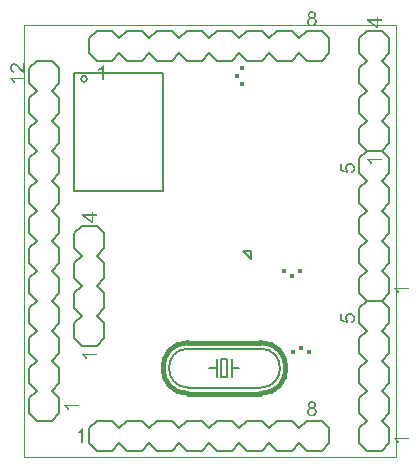
<source format=gto>
%FSLAX44Y44*%
%MOMM*%
G71*
G01*
G75*
%ADD10C,0.2540*%
G04:AMPARAMS|DCode=11|XSize=1.27mm|YSize=0.3556mm|CornerRadius=0.0356mm|HoleSize=0mm|Usage=FLASHONLY|Rotation=270.000|XOffset=0mm|YOffset=0mm|HoleType=Round|Shape=RoundedRectangle|*
%AMROUNDEDRECTD11*
21,1,1.2700,0.2845,0,0,270.0*
21,1,1.1989,0.3556,0,0,270.0*
1,1,0.0711,-0.1422,-0.5994*
1,1,0.0711,-0.1422,0.5994*
1,1,0.0711,0.1422,0.5994*
1,1,0.0711,0.1422,-0.5994*
%
%ADD11ROUNDEDRECTD11*%
G04:AMPARAMS|DCode=12|XSize=0.3556mm|YSize=1.27mm|CornerRadius=0.0356mm|HoleSize=0mm|Usage=FLASHONLY|Rotation=270.000|XOffset=0mm|YOffset=0mm|HoleType=Round|Shape=RoundedRectangle|*
%AMROUNDEDRECTD12*
21,1,0.3556,1.1989,0,0,270.0*
21,1,0.2845,1.2700,0,0,270.0*
1,1,0.0711,-0.5994,-0.1422*
1,1,0.0711,-0.5994,0.1422*
1,1,0.0711,0.5994,0.1422*
1,1,0.0711,0.5994,-0.1422*
%
%ADD12ROUNDEDRECTD12*%
G04:AMPARAMS|DCode=13|XSize=3.302mm|YSize=3.302mm|CornerRadius=0.3302mm|HoleSize=0mm|Usage=FLASHONLY|Rotation=270.000|XOffset=0mm|YOffset=0mm|HoleType=Round|Shape=RoundedRectangle|*
%AMROUNDEDRECTD13*
21,1,3.3020,2.6416,0,0,270.0*
21,1,2.6416,3.3020,0,0,270.0*
1,1,0.6604,-1.3208,-1.3208*
1,1,0.6604,-1.3208,1.3208*
1,1,0.6604,1.3208,1.3208*
1,1,0.6604,1.3208,-1.3208*
%
%ADD13ROUNDEDRECTD13*%
%ADD14R,1.5240X1.3208*%
%ADD15R,2.4130X2.8194*%
%ADD16R,1.8034X1.6002*%
%ADD17R,1.5240X1.5240*%
%ADD18R,1.3208X1.5240*%
%ADD19R,1.5240X1.5240*%
%ADD20R,1.6002X1.8034*%
%ADD21C,0.6096*%
%ADD22C,0.4064*%
%ADD23C,0.3048*%
%ADD24C,0.0864*%
%ADD25C,0.0500*%
%ADD26C,1.2192*%
%ADD27O,3.0480X1.5240*%
%ADD28O,1.5240X3.0480*%
%ADD29C,0.7580*%
%ADD30C,0.8596*%
%ADD31R,0.5080X1.5240*%
%ADD32R,1.5240X0.5080*%
%ADD33C,0.1524*%
%ADD34C,0.1270*%
%ADD35C,0.2032*%
%ADD36R,0.3250X0.4318*%
%ADD37R,0.3302X0.4318*%
%ADD38R,0.3528X0.3556*%
%ADD39R,0.4318X0.3250*%
%ADD40R,0.4318X0.3302*%
%ADD41R,0.3556X0.3528*%
G36*
X1016Y319326D02*
X-8837D01*
X-8818Y319308D01*
X-8745Y319217D01*
X-8636Y319107D01*
X-8509Y318925D01*
X-8345Y318725D01*
X-8163Y318470D01*
X-7962Y318179D01*
X-7762Y317851D01*
Y317833D01*
X-7744Y317814D01*
X-7671Y317705D01*
X-7580Y317523D01*
X-7471Y317304D01*
X-7343Y317050D01*
X-7216Y316776D01*
X-7088Y316503D01*
X-6979Y316230D01*
X-8472D01*
Y316248D01*
X-8509Y316285D01*
X-8527Y316357D01*
X-8582Y316448D01*
X-8636Y316558D01*
X-8709Y316685D01*
X-8891Y316995D01*
X-9092Y317359D01*
X-9347Y317723D01*
X-9638Y318106D01*
X-9948Y318488D01*
X-9966Y318507D01*
X-9984Y318525D01*
X-10039Y318579D01*
X-10093Y318652D01*
X-10275Y318816D01*
X-10494Y319035D01*
X-10749Y319253D01*
X-11040Y319490D01*
X-11332Y319690D01*
X-11641Y319872D01*
Y320874D01*
X1016D01*
Y319326D01*
D02*
G37*
G36*
X326136Y14526D02*
X316283D01*
X316302Y14508D01*
X316374Y14417D01*
X316484Y14308D01*
X316611Y14125D01*
X316775Y13925D01*
X316957Y13670D01*
X317158Y13379D01*
X317358Y13051D01*
Y13033D01*
X317376Y13014D01*
X317449Y12905D01*
X317540Y12723D01*
X317649Y12505D01*
X317777Y12249D01*
X317904Y11976D01*
X318032Y11703D01*
X318141Y11430D01*
X316648D01*
Y11448D01*
X316611Y11485D01*
X316593Y11558D01*
X316538Y11648D01*
X316484Y11758D01*
X316411Y11885D01*
X316229Y12195D01*
X316028Y12559D01*
X315774Y12923D01*
X315482Y13306D01*
X315173Y13688D01*
X315154Y13707D01*
X315136Y13725D01*
X315081Y13779D01*
X315027Y13852D01*
X314845Y14016D01*
X314626Y14235D01*
X314371Y14453D01*
X314080Y14690D01*
X313788Y14890D01*
X313479Y15072D01*
Y16074D01*
X326136D01*
Y14526D01*
D02*
G37*
G36*
X1016Y324626D02*
X816D01*
X670Y324644D01*
X506Y324662D01*
X324Y324698D01*
X142Y324735D01*
X-58Y324808D01*
X-77D01*
X-95Y324826D01*
X-204Y324862D01*
X-368Y324935D01*
X-587Y325045D01*
X-842Y325190D01*
X-1133Y325372D01*
X-1424Y325573D01*
X-1734Y325828D01*
X-1752D01*
X-1770Y325864D01*
X-1880Y325955D01*
X-2044Y326119D01*
X-2280Y326356D01*
X-2553Y326629D01*
X-2881Y326975D01*
X-3246Y327394D01*
X-3628Y327849D01*
X-3646Y327867D01*
X-3701Y327940D01*
X-3792Y328050D01*
X-3901Y328177D01*
X-4047Y328341D01*
X-4211Y328541D01*
X-4393Y328741D01*
X-4593Y328978D01*
X-5030Y329434D01*
X-5467Y329889D01*
X-5686Y330107D01*
X-5904Y330308D01*
X-6105Y330490D01*
X-6305Y330635D01*
X-6323D01*
X-6342Y330672D01*
X-6396Y330708D01*
X-6469Y330745D01*
X-6669Y330872D01*
X-6906Y331018D01*
X-7197Y331146D01*
X-7507Y331273D01*
X-7853Y331346D01*
X-8181Y331382D01*
X-8217D01*
X-8327Y331364D01*
X-8509Y331346D01*
X-8709Y331291D01*
X-8964Y331218D01*
X-9219Y331091D01*
X-9474Y330927D01*
X-9729Y330708D01*
X-9765Y330672D01*
X-9838Y330581D01*
X-9929Y330453D01*
X-10057Y330253D01*
X-10166Y329998D01*
X-10275Y329707D01*
X-10348Y329361D01*
X-10366Y328978D01*
Y328960D01*
Y328924D01*
Y328869D01*
X-10348Y328796D01*
X-10330Y328578D01*
X-10275Y328323D01*
X-10202Y328050D01*
X-10075Y327740D01*
X-9911Y327449D01*
X-9693Y327175D01*
X-9656Y327139D01*
X-9565Y327066D01*
X-9419Y326957D01*
X-9201Y326847D01*
X-8946Y326720D01*
X-8618Y326611D01*
X-8254Y326538D01*
X-7835Y326502D01*
X-7999Y324917D01*
X-8017D01*
X-8072Y324935D01*
X-8163D01*
X-8290Y324953D01*
X-8436Y324990D01*
X-8600Y325026D01*
X-8800Y325081D01*
X-9000Y325136D01*
X-9438Y325281D01*
X-9875Y325500D01*
X-10093Y325627D01*
X-10312Y325791D01*
X-10512Y325955D01*
X-10694Y326137D01*
X-10712Y326155D01*
X-10731Y326192D01*
X-10785Y326246D01*
X-10840Y326338D01*
X-10913Y326447D01*
X-10986Y326574D01*
X-11077Y326720D01*
X-11168Y326902D01*
X-11259Y327102D01*
X-11350Y327321D01*
X-11423Y327558D01*
X-11495Y327813D01*
X-11550Y328086D01*
X-11605Y328377D01*
X-11623Y328687D01*
X-11641Y329015D01*
Y329033D01*
Y329087D01*
Y329197D01*
X-11623Y329324D01*
X-11605Y329470D01*
X-11587Y329652D01*
X-11550Y329852D01*
X-11514Y330053D01*
X-11386Y330526D01*
X-11204Y331000D01*
X-11095Y331236D01*
X-10967Y331473D01*
X-10804Y331692D01*
X-10621Y331892D01*
X-10603Y331910D01*
X-10585Y331947D01*
X-10512Y331983D01*
X-10439Y332056D01*
X-10348Y332147D01*
X-10221Y332238D01*
X-10093Y332329D01*
X-9929Y332439D01*
X-9583Y332621D01*
X-9146Y332803D01*
X-8928Y332876D01*
X-8673Y332912D01*
X-8418Y332948D01*
X-8145Y332967D01*
X-8017D01*
X-7871Y332948D01*
X-7671Y332930D01*
X-7452Y332894D01*
X-7197Y332821D01*
X-6924Y332748D01*
X-6651Y332639D01*
X-6615Y332621D01*
X-6524Y332584D01*
X-6378Y332511D01*
X-6178Y332402D01*
X-5959Y332256D01*
X-5686Y332074D01*
X-5413Y331856D01*
X-5103Y331601D01*
X-5067Y331564D01*
X-4958Y331473D01*
X-4866Y331382D01*
X-4775Y331291D01*
X-4666Y331182D01*
X-4520Y331036D01*
X-4375Y330891D01*
X-4211Y330708D01*
X-4029Y330526D01*
X-3828Y330308D01*
X-3628Y330071D01*
X-3391Y329816D01*
X-3155Y329525D01*
X-2900Y329233D01*
X-2881Y329215D01*
X-2845Y329179D01*
X-2790Y329106D01*
X-2717Y329015D01*
X-2608Y328905D01*
X-2499Y328778D01*
X-2262Y328487D01*
X-1989Y328177D01*
X-1716Y327886D01*
X-1479Y327631D01*
X-1388Y327521D01*
X-1297Y327430D01*
X-1279Y327412D01*
X-1224Y327357D01*
X-1151Y327285D01*
X-1042Y327193D01*
X-914Y327102D01*
X-787Y326993D01*
X-477Y326775D01*
Y332985D01*
X1016D01*
Y324626D01*
D02*
G37*
G36*
X244165Y377129D02*
X244311Y377111D01*
X244475Y377093D01*
X244657Y377074D01*
X244839Y377020D01*
X245276Y376910D01*
X245713Y376746D01*
X245932Y376637D01*
X246150Y376510D01*
X246350Y376346D01*
X246551Y376182D01*
X246569Y376164D01*
X246587Y376146D01*
X246642Y376091D01*
X246715Y376018D01*
X246787Y375909D01*
X246879Y375799D01*
X247061Y375526D01*
X247243Y375180D01*
X247407Y374780D01*
X247534Y374324D01*
X247552Y374088D01*
X247571Y373833D01*
Y373814D01*
Y373796D01*
Y373687D01*
X247552Y373523D01*
X247516Y373323D01*
X247461Y373068D01*
X247370Y372813D01*
X247261Y372558D01*
X247097Y372303D01*
X247079Y372266D01*
X247006Y372194D01*
X246897Y372084D01*
X246751Y371939D01*
X246551Y371775D01*
X246314Y371611D01*
X246041Y371447D01*
X245713Y371301D01*
X245731D01*
X245768Y371283D01*
X245822Y371265D01*
X245895Y371228D01*
X246114Y371137D01*
X246369Y371010D01*
X246642Y370828D01*
X246933Y370627D01*
X247206Y370372D01*
X247461Y370081D01*
Y370063D01*
X247480Y370045D01*
X247552Y369935D01*
X247662Y369753D01*
X247771Y369516D01*
X247880Y369225D01*
X247990Y368879D01*
X248062Y368497D01*
X248081Y368078D01*
Y368060D01*
Y368005D01*
Y367914D01*
X248062Y367804D01*
X248044Y367677D01*
X248026Y367513D01*
X247990Y367331D01*
X247935Y367131D01*
X247807Y366712D01*
X247716Y366475D01*
X247589Y366256D01*
X247461Y366020D01*
X247316Y365801D01*
X247134Y365583D01*
X246933Y365364D01*
X246915Y365346D01*
X246879Y365309D01*
X246824Y365255D01*
X246733Y365200D01*
X246605Y365109D01*
X246478Y365018D01*
X246314Y364927D01*
X246132Y364818D01*
X245932Y364709D01*
X245695Y364618D01*
X245440Y364526D01*
X245185Y364435D01*
X244893Y364381D01*
X244584Y364326D01*
X244274Y364290D01*
X243928Y364272D01*
X243746D01*
X243619Y364290D01*
X243455Y364308D01*
X243273Y364326D01*
X243072Y364362D01*
X242854Y364417D01*
X242362Y364545D01*
X242107Y364636D01*
X241870Y364727D01*
X241615Y364854D01*
X241360Y365000D01*
X241124Y365164D01*
X240905Y365364D01*
X240887Y365382D01*
X240851Y365419D01*
X240796Y365473D01*
X240723Y365564D01*
X240650Y365674D01*
X240541Y365801D01*
X240450Y365947D01*
X240341Y366129D01*
X240231Y366311D01*
X240140Y366530D01*
X239958Y366985D01*
X239885Y367258D01*
X239831Y367531D01*
X239794Y367823D01*
X239776Y368114D01*
Y368132D01*
Y368169D01*
Y368242D01*
X239794Y368315D01*
Y368424D01*
X239812Y368551D01*
X239849Y368843D01*
X239922Y369170D01*
X240031Y369498D01*
X240195Y369844D01*
X240395Y370172D01*
Y370190D01*
X240432Y370209D01*
X240504Y370300D01*
X240650Y370445D01*
X240851Y370627D01*
X241105Y370810D01*
X241415Y371010D01*
X241761Y371174D01*
X242180Y371301D01*
X242162D01*
X242143Y371319D01*
X242089Y371338D01*
X242016Y371374D01*
X241852Y371447D01*
X241634Y371556D01*
X241397Y371702D01*
X241160Y371884D01*
X240942Y372084D01*
X240741Y372303D01*
X240723Y372339D01*
X240668Y372412D01*
X240595Y372558D01*
X240523Y372740D01*
X240432Y372977D01*
X240359Y373250D01*
X240304Y373559D01*
X240286Y373887D01*
Y373905D01*
Y373942D01*
Y374015D01*
X240304Y374124D01*
X240322Y374233D01*
X240341Y374379D01*
X240413Y374689D01*
X240523Y375053D01*
X240705Y375435D01*
X240814Y375636D01*
X240942Y375836D01*
X241105Y376018D01*
X241269Y376200D01*
X241288Y376218D01*
X241324Y376237D01*
X241379Y376291D01*
X241451Y376346D01*
X241542Y376419D01*
X241670Y376492D01*
X241816Y376583D01*
X241961Y376674D01*
X242143Y376765D01*
X242344Y376856D01*
X242562Y376929D01*
X242799Y377001D01*
X243309Y377111D01*
X243601Y377129D01*
X243892Y377147D01*
X244056D01*
X244165Y377129D01*
D02*
G37*
G36*
X46736Y42466D02*
X36883D01*
X36902Y42448D01*
X36974Y42357D01*
X37084Y42248D01*
X37211Y42065D01*
X37375Y41865D01*
X37557Y41610D01*
X37758Y41319D01*
X37958Y40991D01*
Y40973D01*
X37976Y40954D01*
X38049Y40845D01*
X38140Y40663D01*
X38249Y40444D01*
X38377Y40189D01*
X38504Y39916D01*
X38632Y39643D01*
X38741Y39370D01*
X37248D01*
Y39388D01*
X37211Y39425D01*
X37193Y39497D01*
X37138Y39588D01*
X37084Y39698D01*
X37011Y39825D01*
X36829Y40135D01*
X36628Y40499D01*
X36374Y40863D01*
X36082Y41246D01*
X35773Y41628D01*
X35754Y41646D01*
X35736Y41665D01*
X35681Y41719D01*
X35627Y41792D01*
X35445Y41956D01*
X35226Y42175D01*
X34971Y42393D01*
X34680Y42630D01*
X34388Y42830D01*
X34079Y43012D01*
Y44014D01*
X46736D01*
Y42466D01*
D02*
G37*
G36*
X303276Y250746D02*
X293423D01*
X293442Y250728D01*
X293514Y250637D01*
X293624Y250527D01*
X293751Y250345D01*
X293915Y250145D01*
X294097Y249890D01*
X294298Y249599D01*
X294498Y249271D01*
Y249253D01*
X294516Y249234D01*
X294589Y249125D01*
X294680Y248943D01*
X294789Y248724D01*
X294917Y248470D01*
X295044Y248196D01*
X295172Y247923D01*
X295281Y247650D01*
X293788D01*
Y247668D01*
X293751Y247705D01*
X293733Y247778D01*
X293678Y247868D01*
X293624Y247978D01*
X293551Y248105D01*
X293369Y248415D01*
X293169Y248779D01*
X292913Y249143D01*
X292622Y249526D01*
X292313Y249908D01*
X292294Y249926D01*
X292276Y249945D01*
X292221Y249999D01*
X292167Y250072D01*
X291985Y250236D01*
X291766Y250455D01*
X291511Y250673D01*
X291220Y250910D01*
X290928Y251110D01*
X290619Y251292D01*
Y252294D01*
X303276D01*
Y250746D01*
D02*
G37*
G36*
X300253Y370250D02*
X303276D01*
Y368702D01*
X300253D01*
Y363220D01*
X298832D01*
X290673Y368993D01*
Y370250D01*
X298832D01*
Y371962D01*
X300253D01*
Y370250D01*
D02*
G37*
G36*
X276446Y248371D02*
X276591Y248353D01*
X276755Y248335D01*
X276956Y248298D01*
X277156Y248262D01*
X277630Y248153D01*
X278121Y247970D01*
X278376Y247861D01*
X278613Y247715D01*
X278868Y247570D01*
X279105Y247388D01*
X279123Y247369D01*
X279178Y247333D01*
X279250Y247260D01*
X279342Y247169D01*
X279451Y247041D01*
X279597Y246896D01*
X279724Y246714D01*
X279870Y246513D01*
X280015Y246295D01*
X280143Y246040D01*
X280270Y245767D01*
X280398Y245475D01*
X280489Y245166D01*
X280562Y244820D01*
X280616Y244456D01*
X280634Y244073D01*
Y244055D01*
Y244000D01*
Y243909D01*
X280616Y243782D01*
X280598Y243636D01*
X280580Y243472D01*
X280562Y243272D01*
X280507Y243071D01*
X280398Y242616D01*
X280234Y242161D01*
X280125Y241924D01*
X279997Y241687D01*
X279851Y241469D01*
X279688Y241250D01*
X279669Y241232D01*
X279651Y241196D01*
X279578Y241159D01*
X279505Y241086D01*
X279414Y240995D01*
X279305Y240904D01*
X279159Y240795D01*
X278995Y240704D01*
X278832Y240595D01*
X278631Y240485D01*
X278194Y240285D01*
X277684Y240121D01*
X277411Y240066D01*
X277120Y240030D01*
X276992Y241651D01*
X277047D01*
X277101Y241669D01*
X277192Y241687D01*
X277393Y241742D01*
X277666Y241815D01*
X277939Y241924D01*
X278249Y242070D01*
X278522Y242252D01*
X278777Y242470D01*
X278795Y242507D01*
X278868Y242580D01*
X278959Y242725D01*
X279068Y242926D01*
X279178Y243144D01*
X279269Y243417D01*
X279342Y243727D01*
X279360Y244073D01*
Y244091D01*
Y244128D01*
Y244182D01*
X279342Y244255D01*
X279323Y244474D01*
X279250Y244729D01*
X279159Y245038D01*
X279014Y245348D01*
X278795Y245676D01*
X278668Y245821D01*
X278522Y245967D01*
X278504Y245985D01*
X278486Y246003D01*
X278431Y246040D01*
X278376Y246094D01*
X278176Y246222D01*
X277921Y246368D01*
X277611Y246495D01*
X277229Y246623D01*
X276774Y246714D01*
X276537Y246750D01*
X276154D01*
X276063Y246732D01*
X275954D01*
X275827Y246714D01*
X275535Y246659D01*
X275189Y246568D01*
X274843Y246441D01*
X274515Y246258D01*
X274206Y246003D01*
X274188D01*
X274169Y245967D01*
X274078Y245876D01*
X273951Y245712D01*
X273805Y245494D01*
X273678Y245202D01*
X273550Y244874D01*
X273459Y244492D01*
X273423Y244273D01*
Y244055D01*
Y244018D01*
Y243927D01*
X273441Y243782D01*
X273459Y243599D01*
X273514Y243381D01*
X273568Y243162D01*
X273659Y242926D01*
X273769Y242689D01*
X273787Y242671D01*
X273823Y242598D01*
X273914Y242489D01*
X274005Y242343D01*
X274133Y242197D01*
X274297Y242052D01*
X274461Y241888D01*
X274661Y241760D01*
X274461Y240303D01*
X267977Y241523D01*
Y247788D01*
X269452D01*
Y242744D01*
X272858Y242070D01*
X272840Y242088D01*
X272822Y242124D01*
X272785Y242179D01*
X272731Y242270D01*
X272676Y242379D01*
X272603Y242507D01*
X272457Y242798D01*
X272312Y243162D01*
X272184Y243563D01*
X272093Y244000D01*
X272057Y244219D01*
Y244456D01*
Y244474D01*
Y244528D01*
Y244619D01*
X272075Y244729D01*
X272093Y244874D01*
X272111Y245038D01*
X272148Y245220D01*
X272202Y245421D01*
X272330Y245858D01*
X272421Y246094D01*
X272549Y246331D01*
X272676Y246568D01*
X272822Y246805D01*
X273004Y247023D01*
X273204Y247242D01*
X273222Y247260D01*
X273259Y247297D01*
X273313Y247351D01*
X273405Y247424D01*
X273532Y247515D01*
X273659Y247606D01*
X273823Y247715D01*
X274005Y247825D01*
X274206Y247916D01*
X274424Y248025D01*
X274679Y248116D01*
X274934Y248207D01*
X275207Y248280D01*
X275517Y248335D01*
X275827Y248371D01*
X276154Y248389D01*
X276318D01*
X276446Y248371D01*
D02*
G37*
G36*
Y121371D02*
X276591Y121353D01*
X276755Y121335D01*
X276956Y121298D01*
X277156Y121262D01*
X277630Y121152D01*
X278121Y120970D01*
X278376Y120861D01*
X278613Y120715D01*
X278868Y120570D01*
X279105Y120388D01*
X279123Y120369D01*
X279178Y120333D01*
X279250Y120260D01*
X279342Y120169D01*
X279451Y120042D01*
X279597Y119896D01*
X279724Y119714D01*
X279870Y119513D01*
X280015Y119295D01*
X280143Y119040D01*
X280270Y118767D01*
X280398Y118475D01*
X280489Y118166D01*
X280562Y117820D01*
X280616Y117456D01*
X280634Y117073D01*
Y117055D01*
Y117000D01*
Y116909D01*
X280616Y116782D01*
X280598Y116636D01*
X280580Y116472D01*
X280562Y116272D01*
X280507Y116071D01*
X280398Y115616D01*
X280234Y115161D01*
X280125Y114924D01*
X279997Y114687D01*
X279851Y114469D01*
X279688Y114250D01*
X279669Y114232D01*
X279651Y114196D01*
X279578Y114159D01*
X279505Y114086D01*
X279414Y113995D01*
X279305Y113904D01*
X279159Y113795D01*
X278995Y113704D01*
X278832Y113595D01*
X278631Y113485D01*
X278194Y113285D01*
X277684Y113121D01*
X277411Y113066D01*
X277120Y113030D01*
X276992Y114651D01*
X277047D01*
X277101Y114669D01*
X277192Y114687D01*
X277393Y114742D01*
X277666Y114815D01*
X277939Y114924D01*
X278249Y115070D01*
X278522Y115252D01*
X278777Y115470D01*
X278795Y115507D01*
X278868Y115580D01*
X278959Y115725D01*
X279068Y115926D01*
X279178Y116144D01*
X279269Y116417D01*
X279342Y116727D01*
X279360Y117073D01*
Y117091D01*
Y117128D01*
Y117182D01*
X279342Y117255D01*
X279323Y117474D01*
X279250Y117729D01*
X279159Y118038D01*
X279014Y118348D01*
X278795Y118676D01*
X278668Y118821D01*
X278522Y118967D01*
X278504Y118985D01*
X278486Y119003D01*
X278431Y119040D01*
X278376Y119094D01*
X278176Y119222D01*
X277921Y119368D01*
X277611Y119495D01*
X277229Y119623D01*
X276774Y119714D01*
X276537Y119750D01*
X276154D01*
X276063Y119732D01*
X275954D01*
X275827Y119714D01*
X275535Y119659D01*
X275189Y119568D01*
X274843Y119441D01*
X274515Y119258D01*
X274206Y119003D01*
X274188D01*
X274169Y118967D01*
X274078Y118876D01*
X273951Y118712D01*
X273805Y118493D01*
X273678Y118202D01*
X273550Y117874D01*
X273459Y117492D01*
X273423Y117273D01*
Y117055D01*
Y117018D01*
Y116927D01*
X273441Y116782D01*
X273459Y116600D01*
X273514Y116381D01*
X273568Y116162D01*
X273659Y115926D01*
X273769Y115689D01*
X273787Y115671D01*
X273823Y115598D01*
X273914Y115489D01*
X274005Y115343D01*
X274133Y115197D01*
X274297Y115051D01*
X274461Y114888D01*
X274661Y114760D01*
X274461Y113303D01*
X267977Y114523D01*
Y120788D01*
X269452D01*
Y115744D01*
X272858Y115070D01*
X272840Y115088D01*
X272822Y115124D01*
X272785Y115179D01*
X272731Y115270D01*
X272676Y115379D01*
X272603Y115507D01*
X272457Y115798D01*
X272312Y116162D01*
X272184Y116563D01*
X272093Y117000D01*
X272057Y117219D01*
Y117456D01*
Y117474D01*
Y117528D01*
Y117619D01*
X272075Y117729D01*
X272093Y117874D01*
X272111Y118038D01*
X272148Y118220D01*
X272202Y118421D01*
X272330Y118858D01*
X272421Y119094D01*
X272549Y119331D01*
X272676Y119568D01*
X272822Y119805D01*
X273004Y120023D01*
X273204Y120242D01*
X273222Y120260D01*
X273259Y120296D01*
X273313Y120351D01*
X273405Y120424D01*
X273532Y120515D01*
X273659Y120606D01*
X273823Y120715D01*
X274005Y120825D01*
X274206Y120916D01*
X274424Y121025D01*
X274679Y121116D01*
X274934Y121207D01*
X275207Y121280D01*
X275517Y121335D01*
X275827Y121371D01*
X276154Y121389D01*
X276318D01*
X276446Y121371D01*
D02*
G37*
G36*
X326136Y141526D02*
X316283D01*
X316302Y141508D01*
X316374Y141417D01*
X316484Y141307D01*
X316611Y141125D01*
X316775Y140925D01*
X316957Y140670D01*
X317158Y140379D01*
X317358Y140051D01*
Y140033D01*
X317376Y140014D01*
X317449Y139905D01*
X317540Y139723D01*
X317649Y139504D01*
X317777Y139249D01*
X317904Y138976D01*
X318032Y138703D01*
X318141Y138430D01*
X316648D01*
Y138448D01*
X316611Y138485D01*
X316593Y138558D01*
X316538Y138649D01*
X316484Y138758D01*
X316411Y138885D01*
X316229Y139195D01*
X316028Y139559D01*
X315774Y139923D01*
X315482Y140306D01*
X315173Y140688D01*
X315154Y140707D01*
X315136Y140725D01*
X315081Y140779D01*
X315027Y140852D01*
X314845Y141016D01*
X314626Y141235D01*
X314371Y141453D01*
X314080Y141690D01*
X313788Y141890D01*
X313479Y142072D01*
Y143074D01*
X326136D01*
Y141526D01*
D02*
G37*
G36*
X244165Y46929D02*
X244311Y46911D01*
X244475Y46893D01*
X244657Y46874D01*
X244839Y46820D01*
X245276Y46710D01*
X245713Y46547D01*
X245932Y46437D01*
X246150Y46310D01*
X246350Y46146D01*
X246551Y45982D01*
X246569Y45964D01*
X246587Y45946D01*
X246642Y45891D01*
X246715Y45818D01*
X246787Y45709D01*
X246879Y45599D01*
X247061Y45326D01*
X247243Y44980D01*
X247407Y44580D01*
X247534Y44124D01*
X247552Y43888D01*
X247571Y43633D01*
Y43614D01*
Y43596D01*
Y43487D01*
X247552Y43323D01*
X247516Y43123D01*
X247461Y42868D01*
X247370Y42613D01*
X247261Y42358D01*
X247097Y42103D01*
X247079Y42066D01*
X247006Y41994D01*
X246897Y41884D01*
X246751Y41739D01*
X246551Y41575D01*
X246314Y41411D01*
X246041Y41247D01*
X245713Y41101D01*
X245731D01*
X245768Y41083D01*
X245822Y41065D01*
X245895Y41028D01*
X246114Y40937D01*
X246369Y40810D01*
X246642Y40628D01*
X246933Y40427D01*
X247206Y40172D01*
X247461Y39881D01*
Y39863D01*
X247480Y39845D01*
X247552Y39735D01*
X247662Y39553D01*
X247771Y39316D01*
X247880Y39025D01*
X247990Y38679D01*
X248062Y38297D01*
X248081Y37878D01*
Y37859D01*
Y37805D01*
Y37714D01*
X248062Y37604D01*
X248044Y37477D01*
X248026Y37313D01*
X247990Y37131D01*
X247935Y36931D01*
X247807Y36512D01*
X247716Y36275D01*
X247589Y36056D01*
X247461Y35820D01*
X247316Y35601D01*
X247134Y35383D01*
X246933Y35164D01*
X246915Y35146D01*
X246879Y35110D01*
X246824Y35055D01*
X246733Y35000D01*
X246605Y34909D01*
X246478Y34818D01*
X246314Y34727D01*
X246132Y34618D01*
X245932Y34509D01*
X245695Y34418D01*
X245440Y34326D01*
X245185Y34235D01*
X244893Y34181D01*
X244584Y34126D01*
X244274Y34090D01*
X243928Y34072D01*
X243746D01*
X243619Y34090D01*
X243455Y34108D01*
X243273Y34126D01*
X243072Y34162D01*
X242854Y34217D01*
X242362Y34345D01*
X242107Y34436D01*
X241870Y34527D01*
X241615Y34654D01*
X241360Y34800D01*
X241124Y34964D01*
X240905Y35164D01*
X240887Y35182D01*
X240851Y35219D01*
X240796Y35273D01*
X240723Y35364D01*
X240650Y35474D01*
X240541Y35601D01*
X240450Y35747D01*
X240341Y35929D01*
X240231Y36111D01*
X240140Y36330D01*
X239958Y36785D01*
X239885Y37058D01*
X239831Y37331D01*
X239794Y37623D01*
X239776Y37914D01*
Y37932D01*
Y37969D01*
Y38042D01*
X239794Y38115D01*
Y38224D01*
X239812Y38351D01*
X239849Y38643D01*
X239922Y38970D01*
X240031Y39298D01*
X240195Y39644D01*
X240395Y39972D01*
Y39990D01*
X240432Y40009D01*
X240504Y40100D01*
X240650Y40245D01*
X240851Y40427D01*
X241105Y40609D01*
X241415Y40810D01*
X241761Y40974D01*
X242180Y41101D01*
X242162D01*
X242143Y41119D01*
X242089Y41138D01*
X242016Y41174D01*
X241852Y41247D01*
X241634Y41356D01*
X241397Y41502D01*
X241160Y41684D01*
X240942Y41884D01*
X240741Y42103D01*
X240723Y42139D01*
X240668Y42212D01*
X240595Y42358D01*
X240523Y42540D01*
X240432Y42777D01*
X240359Y43050D01*
X240304Y43359D01*
X240286Y43687D01*
Y43706D01*
Y43742D01*
Y43815D01*
X240304Y43924D01*
X240322Y44033D01*
X240341Y44179D01*
X240413Y44489D01*
X240523Y44853D01*
X240705Y45235D01*
X240814Y45436D01*
X240942Y45636D01*
X241105Y45818D01*
X241269Y46000D01*
X241288Y46018D01*
X241324Y46037D01*
X241379Y46091D01*
X241451Y46146D01*
X241542Y46219D01*
X241670Y46292D01*
X241816Y46383D01*
X241961Y46474D01*
X242143Y46565D01*
X242344Y46656D01*
X242562Y46729D01*
X242799Y46802D01*
X243309Y46911D01*
X243601Y46929D01*
X243892Y46947D01*
X244056D01*
X244165Y46929D01*
D02*
G37*
G36*
X58953Y205150D02*
X61976D01*
Y203602D01*
X58953D01*
Y198120D01*
X57532D01*
X49373Y203893D01*
Y205150D01*
X57532D01*
Y206862D01*
X58953D01*
Y205150D01*
D02*
G37*
G36*
X50364Y11430D02*
X48816D01*
Y21283D01*
X48798Y21264D01*
X48707Y21191D01*
X48597Y21082D01*
X48415Y20955D01*
X48215Y20791D01*
X47960Y20609D01*
X47669Y20408D01*
X47341Y20208D01*
X47323D01*
X47304Y20190D01*
X47195Y20117D01*
X47013Y20026D01*
X46795Y19917D01*
X46540Y19789D01*
X46266Y19662D01*
X45993Y19534D01*
X45720Y19425D01*
Y20918D01*
X45738D01*
X45775Y20955D01*
X45848Y20973D01*
X45939Y21028D01*
X46048Y21082D01*
X46175Y21155D01*
X46485Y21337D01*
X46849Y21537D01*
X47213Y21793D01*
X47596Y22084D01*
X47978Y22394D01*
X47997Y22412D01*
X48015Y22430D01*
X48069Y22485D01*
X48142Y22539D01*
X48306Y22721D01*
X48525Y22940D01*
X48743Y23195D01*
X48980Y23486D01*
X49180Y23778D01*
X49362Y24087D01*
X50364D01*
Y11430D01*
D02*
G37*
G36*
X61976Y85646D02*
X52123D01*
X52142Y85628D01*
X52214Y85537D01*
X52324Y85428D01*
X52451Y85245D01*
X52615Y85045D01*
X52797Y84790D01*
X52998Y84499D01*
X53198Y84171D01*
Y84153D01*
X53216Y84134D01*
X53289Y84025D01*
X53380Y83843D01*
X53489Y83624D01*
X53617Y83370D01*
X53744Y83096D01*
X53872Y82823D01*
X53981Y82550D01*
X52488D01*
Y82568D01*
X52451Y82605D01*
X52433Y82677D01*
X52378Y82768D01*
X52324Y82878D01*
X52251Y83005D01*
X52069Y83315D01*
X51869Y83679D01*
X51613Y84043D01*
X51322Y84426D01*
X51013Y84808D01*
X50994Y84826D01*
X50976Y84845D01*
X50921Y84899D01*
X50867Y84972D01*
X50685Y85136D01*
X50466Y85355D01*
X50211Y85573D01*
X49920Y85810D01*
X49628Y86010D01*
X49319Y86192D01*
Y87194D01*
X61976D01*
Y85646D01*
D02*
G37*
G36*
X67890Y318770D02*
X66342D01*
Y328623D01*
X66324Y328604D01*
X66233Y328531D01*
X66123Y328422D01*
X65941Y328295D01*
X65741Y328131D01*
X65486Y327949D01*
X65195Y327748D01*
X64867Y327548D01*
X64849D01*
X64830Y327530D01*
X64721Y327457D01*
X64539Y327366D01*
X64321Y327257D01*
X64065Y327129D01*
X63792Y327002D01*
X63519Y326874D01*
X63246Y326765D01*
Y328258D01*
X63264D01*
X63301Y328295D01*
X63373Y328313D01*
X63464Y328368D01*
X63574Y328422D01*
X63701Y328495D01*
X64011Y328677D01*
X64375Y328877D01*
X64739Y329132D01*
X65122Y329424D01*
X65504Y329734D01*
X65522Y329752D01*
X65541Y329770D01*
X65595Y329825D01*
X65668Y329879D01*
X65832Y330061D01*
X66051Y330280D01*
X66269Y330535D01*
X66506Y330826D01*
X66706Y331118D01*
X66888Y331427D01*
X67890D01*
Y318770D01*
D02*
G37*
%LPC*%
G36*
X298832Y368702D02*
X293187D01*
X298832Y364732D01*
Y368702D01*
D02*
G37*
G36*
X57532Y203602D02*
X51887D01*
X57532Y199632D01*
Y203602D01*
D02*
G37*
G36*
X243928Y375872D02*
X243783D01*
X243619Y375836D01*
X243400Y375799D01*
X243163Y375727D01*
X242908Y375636D01*
X242672Y375490D01*
X242435Y375290D01*
X242417Y375271D01*
X242344Y375199D01*
X242253Y375071D01*
X242162Y374907D01*
X242052Y374707D01*
X241961Y374470D01*
X241889Y374215D01*
X241870Y373924D01*
Y373905D01*
Y373887D01*
X241889Y373778D01*
X241907Y373614D01*
X241943Y373414D01*
X242016Y373177D01*
X242107Y372940D01*
X242253Y372685D01*
X242435Y372467D01*
X242453Y372449D01*
X242544Y372376D01*
X242672Y372285D01*
X242836Y372194D01*
X243054Y372084D01*
X243309Y371993D01*
X243601Y371920D01*
X243928Y371902D01*
X243965D01*
X244074Y371920D01*
X244238Y371939D01*
X244456Y371975D01*
X244693Y372048D01*
X244930Y372139D01*
X245185Y372285D01*
X245403Y372467D01*
X245422Y372485D01*
X245494Y372576D01*
X245586Y372685D01*
X245695Y372849D01*
X245804Y373050D01*
X245895Y373286D01*
X245968Y373559D01*
X245986Y373851D01*
Y373869D01*
Y373887D01*
Y373997D01*
X245950Y374160D01*
X245913Y374361D01*
X245840Y374579D01*
X245731Y374816D01*
X245586Y375053D01*
X245385Y375290D01*
X245367Y375308D01*
X245276Y375381D01*
X245149Y375472D01*
X244985Y375581D01*
X244766Y375690D01*
X244529Y375781D01*
X244238Y375854D01*
X243928Y375872D01*
D02*
G37*
G36*
X243874Y370646D02*
X243764D01*
X243692Y370627D01*
X243491Y370609D01*
X243236Y370555D01*
X242945Y370463D01*
X242654Y370336D01*
X242344Y370154D01*
X242071Y369917D01*
X242034Y369881D01*
X241961Y369790D01*
X241852Y369626D01*
X241725Y369425D01*
X241579Y369152D01*
X241470Y368843D01*
X241397Y368497D01*
X241360Y368114D01*
Y368078D01*
Y368005D01*
X241379Y367877D01*
X241397Y367714D01*
X241433Y367513D01*
X241488Y367295D01*
X241561Y367076D01*
X241652Y366839D01*
X241670Y366821D01*
X241707Y366730D01*
X241779Y366621D01*
X241889Y366493D01*
X242016Y366329D01*
X242180Y366166D01*
X242362Y366020D01*
X242581Y365874D01*
X242617Y365856D01*
X242690Y365820D01*
X242817Y365765D01*
X242981Y365710D01*
X243182Y365656D01*
X243418Y365601D01*
X243673Y365564D01*
X243928Y365546D01*
X244038D01*
X244110Y365564D01*
X244329Y365583D01*
X244584Y365637D01*
X244875Y365728D01*
X245185Y365838D01*
X245476Y366020D01*
X245768Y366256D01*
X245804Y366293D01*
X245877Y366384D01*
X246004Y366548D01*
X246132Y366748D01*
X246259Y367003D01*
X246387Y367313D01*
X246460Y367677D01*
X246496Y368060D01*
Y368078D01*
Y368114D01*
Y368169D01*
X246478Y368242D01*
X246460Y368442D01*
X246405Y368715D01*
X246314Y368988D01*
X246187Y369298D01*
X246004Y369608D01*
X245749Y369899D01*
X245713Y369935D01*
X245622Y370008D01*
X245458Y370136D01*
X245240Y370281D01*
X244966Y370409D01*
X244639Y370536D01*
X244274Y370609D01*
X243874Y370646D01*
D02*
G37*
G36*
X243928Y45672D02*
X243783D01*
X243619Y45636D01*
X243400Y45599D01*
X243163Y45527D01*
X242908Y45436D01*
X242672Y45290D01*
X242435Y45090D01*
X242417Y45071D01*
X242344Y44998D01*
X242253Y44871D01*
X242162Y44707D01*
X242052Y44507D01*
X241961Y44270D01*
X241889Y44015D01*
X241870Y43724D01*
Y43706D01*
Y43687D01*
X241889Y43578D01*
X241907Y43414D01*
X241943Y43214D01*
X242016Y42977D01*
X242107Y42740D01*
X242253Y42485D01*
X242435Y42267D01*
X242453Y42249D01*
X242544Y42176D01*
X242672Y42085D01*
X242836Y41994D01*
X243054Y41884D01*
X243309Y41793D01*
X243601Y41720D01*
X243928Y41702D01*
X243965D01*
X244074Y41720D01*
X244238Y41739D01*
X244456Y41775D01*
X244693Y41848D01*
X244930Y41939D01*
X245185Y42085D01*
X245403Y42267D01*
X245422Y42285D01*
X245494Y42376D01*
X245586Y42485D01*
X245695Y42649D01*
X245804Y42849D01*
X245895Y43086D01*
X245968Y43359D01*
X245986Y43651D01*
Y43669D01*
Y43687D01*
Y43797D01*
X245950Y43960D01*
X245913Y44161D01*
X245840Y44379D01*
X245731Y44616D01*
X245586Y44853D01*
X245385Y45090D01*
X245367Y45108D01*
X245276Y45181D01*
X245149Y45272D01*
X244985Y45381D01*
X244766Y45490D01*
X244529Y45581D01*
X244238Y45654D01*
X243928Y45672D01*
D02*
G37*
G36*
X243874Y40446D02*
X243764D01*
X243692Y40427D01*
X243491Y40409D01*
X243236Y40354D01*
X242945Y40264D01*
X242654Y40136D01*
X242344Y39954D01*
X242071Y39717D01*
X242034Y39681D01*
X241961Y39590D01*
X241852Y39426D01*
X241725Y39225D01*
X241579Y38952D01*
X241470Y38643D01*
X241397Y38297D01*
X241360Y37914D01*
Y37878D01*
Y37805D01*
X241379Y37677D01*
X241397Y37513D01*
X241433Y37313D01*
X241488Y37095D01*
X241561Y36876D01*
X241652Y36639D01*
X241670Y36621D01*
X241707Y36530D01*
X241779Y36421D01*
X241889Y36293D01*
X242016Y36129D01*
X242180Y35965D01*
X242362Y35820D01*
X242581Y35674D01*
X242617Y35656D01*
X242690Y35619D01*
X242817Y35565D01*
X242981Y35510D01*
X243182Y35456D01*
X243418Y35401D01*
X243673Y35364D01*
X243928Y35346D01*
X244038D01*
X244110Y35364D01*
X244329Y35383D01*
X244584Y35437D01*
X244875Y35528D01*
X245185Y35638D01*
X245476Y35820D01*
X245768Y36056D01*
X245804Y36093D01*
X245877Y36184D01*
X246004Y36348D01*
X246132Y36548D01*
X246259Y36803D01*
X246387Y37113D01*
X246460Y37477D01*
X246496Y37859D01*
Y37878D01*
Y37914D01*
Y37969D01*
X246478Y38042D01*
X246460Y38242D01*
X246405Y38515D01*
X246314Y38788D01*
X246187Y39098D01*
X246004Y39407D01*
X245749Y39699D01*
X245713Y39735D01*
X245622Y39808D01*
X245458Y39936D01*
X245240Y40081D01*
X244966Y40209D01*
X244639Y40336D01*
X244274Y40409D01*
X243874Y40446D01*
D02*
G37*
%LPD*%
D22*
X139446Y96520D02*
G03*
X139446Y53340I0J-21590D01*
G01*
X200406D02*
G03*
X200406Y96520I0J21590D01*
G01*
X139446Y53340D02*
X200406D01*
X139446Y96520D02*
X200406D01*
D25*
X0Y365506D02*
X314960D01*
X0Y0D02*
X314960D01*
X0D02*
X314960D01*
Y365506D01*
X0D02*
X314960D01*
X0Y0D02*
Y365506D01*
D33*
X139446Y91440D02*
G03*
X139446Y58420I0J-16510D01*
G01*
X200406D02*
G03*
X200406Y91440I0J16510D01*
G01*
X139446Y58420D02*
X200406D01*
X139446Y91440D02*
X200406D01*
X167386Y82550D02*
X172466D01*
Y67310D02*
Y82550D01*
X167386Y67310D02*
X172466D01*
X167386D02*
Y82550D01*
X176276Y74930D02*
Y82550D01*
Y67310D02*
Y74930D01*
X163576D02*
Y82550D01*
Y67310D02*
Y74930D01*
X176276D02*
X182626D01*
X157226D02*
X163576D01*
X42926Y100330D02*
Y113030D01*
X49276Y119380D01*
X61976D02*
X68326Y113030D01*
X42926Y125730D02*
X49276Y119380D01*
X42926Y125730D02*
Y138430D01*
X49276Y144780D01*
X61976D02*
X68326Y138430D01*
Y125730D02*
Y138430D01*
X61976Y119380D02*
X68326Y125730D01*
X49276Y93980D02*
X61976D01*
X42926Y100330D02*
X49276Y93980D01*
X61976D02*
X68326Y100330D01*
Y113030D01*
X42926Y151130D02*
X49276Y144780D01*
X42926Y151130D02*
Y163830D01*
X49276Y170180D01*
X61976D02*
X68326Y163830D01*
Y151130D02*
Y163830D01*
X61976Y144780D02*
X68326Y151130D01*
X42926Y176530D02*
Y189230D01*
X49276Y195580D01*
X61976D01*
X68326Y189230D01*
X42926Y176530D02*
X49276Y170180D01*
X61976D02*
X68326Y176530D01*
Y189230D01*
X61976Y30480D02*
X74676D01*
X81026Y24130D01*
X74676Y5080D02*
X81026Y11430D01*
Y24130D02*
X87376Y30480D01*
X100076D01*
X106426Y24130D01*
X100076Y5080D02*
X106426Y11430D01*
X87376Y5080D02*
X100076D01*
X81026Y11430D02*
X87376Y5080D01*
X55626Y11430D02*
Y24130D01*
X61976Y30480D01*
X55626Y11430D02*
X61976Y5080D01*
X74676D01*
X106426Y24130D02*
X112776Y30480D01*
X125476D01*
X131826Y24130D01*
X125476Y5080D02*
X131826Y11430D01*
X112776Y5080D02*
X125476D01*
X106426Y11430D02*
X112776Y5080D01*
X138176Y30480D02*
X150876D01*
X157226Y24130D01*
X150876Y5080D02*
X157226Y11430D01*
X131826Y24130D02*
X138176Y30480D01*
X131826Y11430D02*
X138176Y5080D01*
X150876D01*
X163576Y30480D02*
X176276D01*
X182626Y24130D01*
X176276Y5080D02*
X182626Y11430D01*
Y24130D02*
X188976Y30480D01*
X201676D01*
X208026Y24130D01*
X201676Y5080D02*
X208026Y11430D01*
X188976Y5080D02*
X201676D01*
X182626Y11430D02*
X188976Y5080D01*
X157226Y24130D02*
X163576Y30480D01*
X157226Y11430D02*
X163576Y5080D01*
X176276D01*
X208026Y24130D02*
X214376Y30480D01*
X227076D01*
X233426Y24130D01*
X227076Y5080D02*
X233426Y11430D01*
X214376Y5080D02*
X227076D01*
X208026Y11430D02*
X214376Y5080D01*
X239776Y30480D02*
X252476D01*
X258826Y24130D01*
Y11430D02*
Y24130D01*
X252476Y5080D02*
X258826Y11430D01*
X233426Y24130D02*
X239776Y30480D01*
X233426Y11430D02*
X239776Y5080D01*
X252476D01*
X61976Y360680D02*
X74676D01*
X81026Y354330D01*
X74676Y335280D02*
X81026Y341630D01*
Y354330D02*
X87376Y360680D01*
X100076D01*
X106426Y354330D01*
X100076Y335280D02*
X106426Y341630D01*
X87376Y335280D02*
X100076D01*
X81026Y341630D02*
X87376Y335280D01*
X55626Y341630D02*
Y354330D01*
X61976Y360680D01*
X55626Y341630D02*
X61976Y335280D01*
X74676D01*
X106426Y354330D02*
X112776Y360680D01*
X125476D01*
X131826Y354330D01*
X125476Y335280D02*
X131826Y341630D01*
X112776Y335280D02*
X125476D01*
X106426Y341630D02*
X112776Y335280D01*
X138176Y360680D02*
X150876D01*
X157226Y354330D01*
X150876Y335280D02*
X157226Y341630D01*
X131826Y354330D02*
X138176Y360680D01*
X131826Y341630D02*
X138176Y335280D01*
X150876D01*
X163576Y360680D02*
X176276D01*
X182626Y354330D01*
X176276Y335280D02*
X182626Y341630D01*
Y354330D02*
X188976Y360680D01*
X201676D01*
X208026Y354330D01*
X201676Y335280D02*
X208026Y341630D01*
X188976Y335280D02*
X201676D01*
X182626Y341630D02*
X188976Y335280D01*
X157226Y354330D02*
X163576Y360680D01*
X157226Y341630D02*
X163576Y335280D01*
X176276D01*
X208026Y354330D02*
X214376Y360680D01*
X227076D01*
X233426Y354330D01*
X227076Y335280D02*
X233426Y341630D01*
X214376Y335280D02*
X227076D01*
X208026Y341630D02*
X214376Y335280D01*
X239776Y360680D02*
X252476D01*
X258826Y354330D01*
Y341630D02*
Y354330D01*
X252476Y335280D02*
X258826Y341630D01*
X233426Y354330D02*
X239776Y360680D01*
X233426Y341630D02*
X239776Y335280D01*
X252476D01*
X4826Y36830D02*
Y49530D01*
X11176Y55880D01*
X23876D02*
X30226Y49530D01*
X4826Y62230D02*
X11176Y55880D01*
X4826Y62230D02*
Y74930D01*
X11176Y81280D01*
X23876D02*
X30226Y74930D01*
Y62230D02*
Y74930D01*
X23876Y55880D02*
X30226Y62230D01*
X11176Y30480D02*
X23876D01*
X4826Y36830D02*
X11176Y30480D01*
X23876D02*
X30226Y36830D01*
Y49530D01*
X4826Y87630D02*
X11176Y81280D01*
X4826Y87630D02*
Y100330D01*
X11176Y106680D01*
X23876D02*
X30226Y100330D01*
Y87630D02*
Y100330D01*
X23876Y81280D02*
X30226Y87630D01*
X4826Y113030D02*
Y125730D01*
X11176Y132080D01*
X23876D02*
X30226Y125730D01*
X4826Y138430D02*
X11176Y132080D01*
X4826Y138430D02*
Y151130D01*
X11176Y157480D01*
X23876D02*
X30226Y151130D01*
Y138430D02*
Y151130D01*
X23876Y132080D02*
X30226Y138430D01*
X4826Y113030D02*
X11176Y106680D01*
X23876D02*
X30226Y113030D01*
Y125730D01*
X4826Y163830D02*
X11176Y157480D01*
X4826Y163830D02*
Y176530D01*
X11176Y182880D01*
X23876D02*
X30226Y176530D01*
Y163830D02*
Y176530D01*
X23876Y157480D02*
X30226Y163830D01*
X4826Y189230D02*
Y201930D01*
X11176Y208280D01*
X23876D02*
X30226Y201930D01*
X4826Y214630D02*
X11176Y208280D01*
X4826Y214630D02*
Y227330D01*
X11176Y233680D01*
X23876D02*
X30226Y227330D01*
Y214630D02*
Y227330D01*
X23876Y208280D02*
X30226Y214630D01*
X4826Y189230D02*
X11176Y182880D01*
X23876D02*
X30226Y189230D01*
Y201930D01*
X4826Y240030D02*
X11176Y233680D01*
X4826Y240030D02*
Y252730D01*
X11176Y259080D01*
X23876D02*
X30226Y252730D01*
Y240030D02*
Y252730D01*
X23876Y233680D02*
X30226Y240030D01*
X4826Y265430D02*
Y278130D01*
X11176Y284480D01*
X23876D02*
X30226Y278130D01*
X4826Y290830D02*
X11176Y284480D01*
X4826Y290830D02*
Y303530D01*
X11176Y309880D01*
X23876D02*
X30226Y303530D01*
Y290830D02*
Y303530D01*
X23876Y284480D02*
X30226Y290830D01*
X4826Y265430D02*
X11176Y259080D01*
X23876D02*
X30226Y265430D01*
Y278130D01*
X4826Y316230D02*
X11176Y309880D01*
X4826Y316230D02*
Y328930D01*
X11176Y335280D01*
X23876D02*
X30226Y328930D01*
Y316230D02*
Y328930D01*
X23876Y309880D02*
X30226Y316230D01*
X11176Y335280D02*
X23876D01*
X284226Y11430D02*
Y24130D01*
X290576Y30480D01*
X303276D02*
X309626Y24130D01*
X284226Y36830D02*
X290576Y30480D01*
X284226Y36830D02*
Y49530D01*
X290576Y55880D01*
X303276D02*
X309626Y49530D01*
Y36830D02*
Y49530D01*
X303276Y30480D02*
X309626Y36830D01*
X290576Y5080D02*
X303276D01*
X284226Y11430D02*
X290576Y5080D01*
X303276D02*
X309626Y11430D01*
Y24130D01*
X284226Y62230D02*
X290576Y55880D01*
X284226Y62230D02*
Y74930D01*
X290576Y81280D01*
X303276D02*
X309626Y74930D01*
Y62230D02*
Y74930D01*
X303276Y55880D02*
X309626Y62230D01*
X284226Y87630D02*
Y100330D01*
X290576Y106680D01*
X303276D02*
X309626Y100330D01*
X284226Y113030D02*
X290576Y106680D01*
X284226Y113030D02*
Y125730D01*
X290576Y132080D01*
X303276D01*
X309626Y125730D01*
Y113030D02*
Y125730D01*
X303276Y106680D02*
X309626Y113030D01*
X284226Y87630D02*
X290576Y81280D01*
X303276D02*
X309626Y87630D01*
Y100330D01*
X284226Y138430D02*
Y151130D01*
X290576Y157480D01*
X303276D02*
X309626Y151130D01*
X284226Y163830D02*
X290576Y157480D01*
X284226Y163830D02*
Y176530D01*
X290576Y182880D01*
X303276D02*
X309626Y176530D01*
Y163830D02*
Y176530D01*
X303276Y157480D02*
X309626Y163830D01*
X290576Y132080D02*
X303276D01*
X284226Y138430D02*
X290576Y132080D01*
X303276D02*
X309626Y138430D01*
Y151130D01*
X284226Y189230D02*
X290576Y182880D01*
X284226Y189230D02*
Y201930D01*
X290576Y208280D01*
X303276D02*
X309626Y201930D01*
Y189230D02*
Y201930D01*
X303276Y182880D02*
X309626Y189230D01*
X284226Y214630D02*
Y227330D01*
X290576Y233680D01*
X303276D02*
X309626Y227330D01*
X284226Y240030D02*
X290576Y233680D01*
X284226Y240030D02*
Y252730D01*
X290576Y259080D01*
X303276D01*
X309626Y252730D01*
Y240030D02*
Y252730D01*
X303276Y233680D02*
X309626Y240030D01*
X284226Y214630D02*
X290576Y208280D01*
X303276D02*
X309626Y214630D01*
Y227330D01*
X284226Y265430D02*
Y278130D01*
X290576Y284480D01*
X303276D02*
X309626Y278130D01*
X284226Y290830D02*
X290576Y284480D01*
X284226Y290830D02*
Y303530D01*
X290576Y309880D01*
X303276D02*
X309626Y303530D01*
Y290830D02*
Y303530D01*
X303276Y284480D02*
X309626Y290830D01*
X290576Y259080D02*
X303276D01*
X284226Y265430D02*
X290576Y259080D01*
X303276D02*
X309626Y265430D01*
Y278130D01*
X284226Y316230D02*
X290576Y309880D01*
X284226Y316230D02*
Y328930D01*
X290576Y335280D01*
X303276D02*
X309626Y328930D01*
Y316230D02*
Y328930D01*
X303276Y309880D02*
X309626Y316230D01*
X284226Y341630D02*
Y354330D01*
X290576Y360680D01*
X303276D01*
X309626Y354330D01*
X284226Y341630D02*
X290576Y335280D01*
X303276D02*
X309626Y341630D01*
Y354330D01*
D34*
X53594Y319786D02*
G03*
X53594Y319786I-2540J0D01*
G01*
X42738Y224790D02*
Y324828D01*
X117856D01*
Y224790D02*
Y324828D01*
X42738Y224790D02*
X117856D01*
D35*
X192786Y166980D02*
Y173764D01*
X185928D02*
X192786Y166980D01*
X185928Y173764D02*
X192786D01*
D36*
X220201Y156845D02*
D03*
X241571Y88265D02*
D03*
D37*
X234061Y156845D02*
D03*
X227711Y88265D02*
D03*
D38*
X227090Y152908D02*
D03*
X234682Y92202D02*
D03*
D39*
X184785Y328947D02*
D03*
D40*
Y315087D02*
D03*
D41*
X180848Y322058D02*
D03*
M02*

</source>
